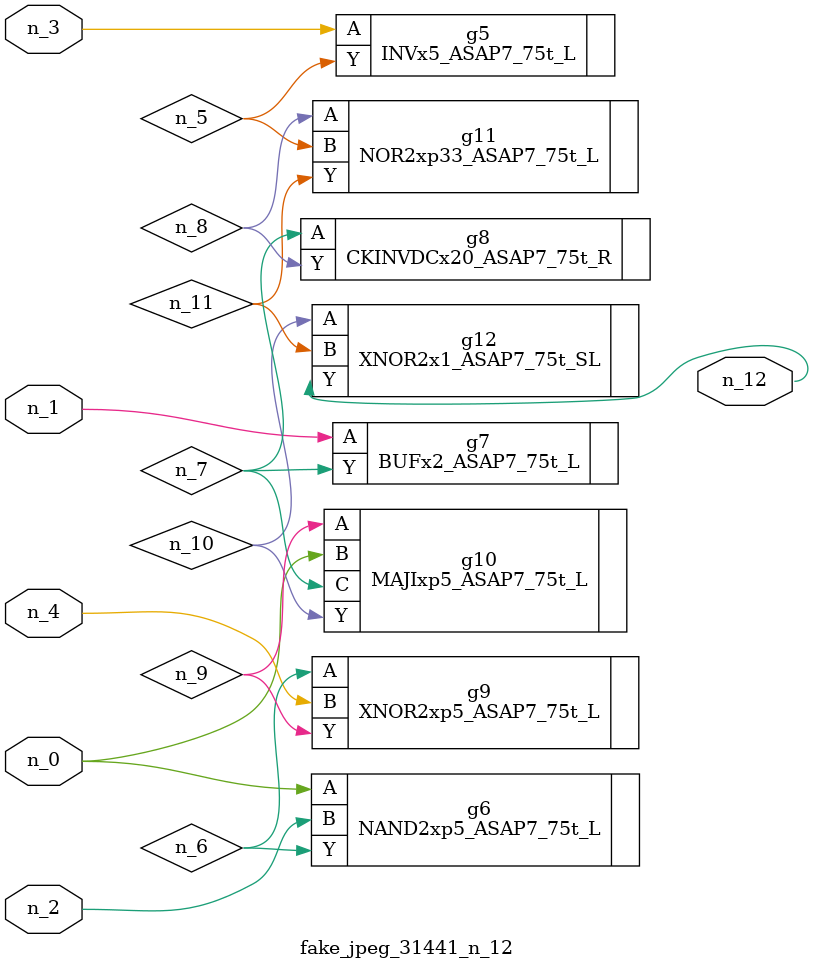
<source format=v>
module fake_jpeg_31441_n_12 (n_3, n_2, n_1, n_0, n_4, n_12);

input n_3;
input n_2;
input n_1;
input n_0;
input n_4;

output n_12;

wire n_11;
wire n_10;
wire n_8;
wire n_9;
wire n_6;
wire n_5;
wire n_7;

INVx5_ASAP7_75t_L g5 ( 
.A(n_3),
.Y(n_5)
);

NAND2xp5_ASAP7_75t_L g6 ( 
.A(n_0),
.B(n_2),
.Y(n_6)
);

BUFx2_ASAP7_75t_L g7 ( 
.A(n_1),
.Y(n_7)
);

CKINVDCx20_ASAP7_75t_R g8 ( 
.A(n_7),
.Y(n_8)
);

NOR2xp33_ASAP7_75t_L g11 ( 
.A(n_8),
.B(n_5),
.Y(n_11)
);

XNOR2xp5_ASAP7_75t_L g9 ( 
.A(n_6),
.B(n_4),
.Y(n_9)
);

MAJIxp5_ASAP7_75t_L g10 ( 
.A(n_9),
.B(n_0),
.C(n_7),
.Y(n_10)
);

XNOR2x1_ASAP7_75t_SL g12 ( 
.A(n_10),
.B(n_11),
.Y(n_12)
);


endmodule
</source>
